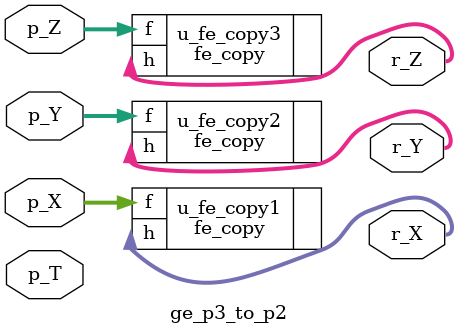
<source format=sv>
module ge_p3_to_p2(
    // Inputs from ge_p3 structure
    input  signed [319:0] p_X,
    input  signed [319:0] p_Y,
    input  signed [319:0] p_Z,
    input  signed [319:0] p_T,
    // Outputs to ge_cached structure
    output signed [319:0] r_X,
    output signed [319:0] r_Y,
    output signed [319:0] r_Z
    
);


  

   // Copy p->Z to r->Z
  fe_copy u_fe_copy1 (
      .f(p_X),
      .h(r_X)
  );

    // Copy p->Z to r->Z
  fe_copy u_fe_copy2 (
      .f(p_Y),
      .h(r_Y)
  );

  // Copy p->Z to r->Z
  fe_copy u_fe_copy3 (
      .f(p_Z),
      .h(r_Z)
  );

  
endmodule

</source>
